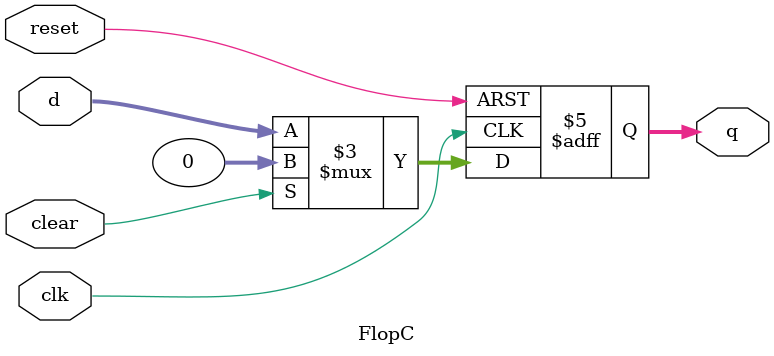
<source format=v>
module RegFile (
    input  wire        clk,
    input  wire        we3,
    input  wire [4:0]  a1, a2, a3,
    input  wire [31:0] wd3,
    output wire [31:0] rd1, rd2
);
    reg [31:0] rf[31:0];

    always @(negedge clk) begin
        if (we3 && a3 != 0) rf[a3] <= wd3;
    end

    assign rd1 = (a1 != 0) ? rf[a1] : 32'b0;
    assign rd2 = (a2 != 0) ? rf[a2] : 32'b0;
endmodule

module ALU (
    input  wire [31:0] srca, srcb,
    input  wire [2:0]  alucontrol,
    output reg  [31:0] aluresult,
    output wire        zero
);
    always @(*) begin
        case (alucontrol)
            3'b000: aluresult = srca + srcb;                                     // Add
            3'b001: aluresult = srca - srcb;                                     // Sub
            3'b010: aluresult = srca & srcb;                                     // And
            3'b011: aluresult = srca | srcb;                                     // Or
            3'b100: aluresult = srca ^ srcb;                                     // Xor
            3'b101: aluresult = ($signed(srca) < $signed(srcb)) ? 32'b1 : 32'b0; // Slt
            3'b110: aluresult = srcb;                                            // Lui
            default: aluresult = 32'bx;
        endcase
    end
    assign zero = (aluresult == 32'b0);
endmodule

module Extend (
    input  wire [31:7] instr,
    input  wire [2:0]  immsrc,
    output reg  [31:0] immext
);
    always @(*) begin
        case (immsrc)
            3'b000: immext = {{20{instr[31]}}, instr[31:20]};                                         // I-type
            3'b001: immext = {{20{instr[31]}}, instr[31:25], instr[11:7]};                            // S-type
            3'b010: immext = {{19{instr[31]}}, instr[31], instr[7], instr[30:25], instr[11:8], 1'b0}; // B-type
            3'b011: immext = {{12{instr[31]}}, instr[19:12], instr[20], instr[30:21], 1'b0};          // J-type
            3'b100: immext = {instr[31:12], 12'b0};                                                   // U-type
            default: immext = 32'bx;
        endcase
    end
endmodule

module Adder (
    input  wire [31:0] a, b,
    output wire [31:0] y
);
    assign y = a + b;
endmodule

module Mux2 #(parameter WIDTH = 32) (
    input  wire [WIDTH-1:0] d0, d1,
    input  wire             s,
    output wire [WIDTH-1:0] y
);
    assign y = s ? d1 : d0;
endmodule

module Mux3 #(parameter WIDTH = 32) (
    input  wire [WIDTH-1:0] d0, d1, d2,
    input  wire [1:0]       s,
    output wire [WIDTH-1:0] y
);
    assign y = (s == 2'b10) ? d2 : ((s == 2'b01) ? d1 : d0);
endmodule

module FlopRC #(parameter WIDTH = 32) (
    input  wire             clk, reset,
    input  wire             en, clear,
    input  wire [WIDTH-1:0] d,
    output reg  [WIDTH-1:0] q
);
    always @(posedge clk or posedge reset) begin
        if (reset)          q <= 0;
        else if (clear)     q <= 0;
        else if (en)        q <= d;
    end
endmodule

module FlopC #(parameter WIDTH = 32) (
    input  wire             clk, reset,
    input  wire             clear,
    input  wire [WIDTH-1:0] d,
    output reg  [WIDTH-1:0] q
);
    always @(posedge clk or posedge reset) begin
        if (reset)      q <= 0;
        else if (clear) q <= 0;
        else            q <= d;
    end
endmodule
</source>
